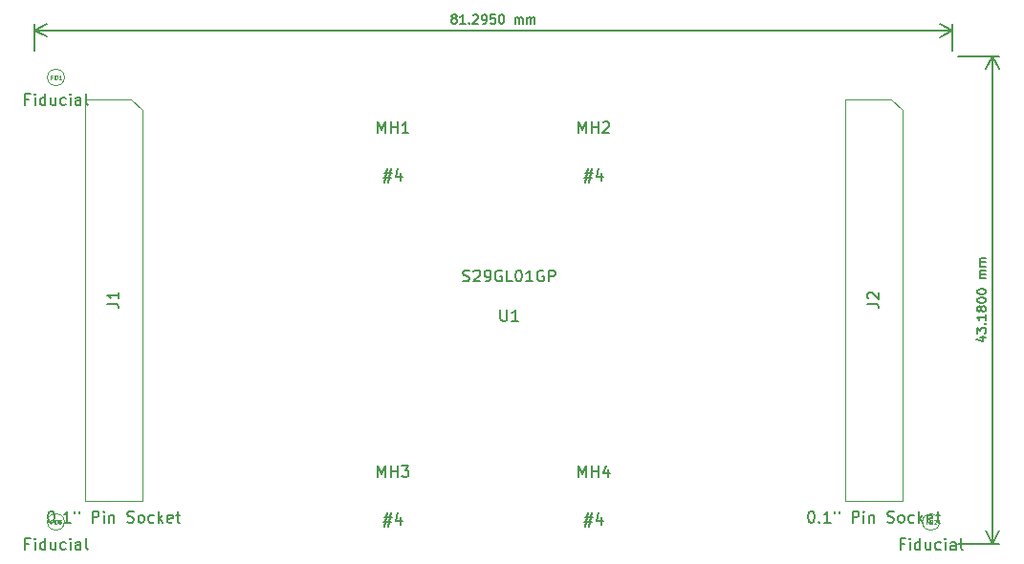
<source format=gbr>
%TF.GenerationSoftware,KiCad,Pcbnew,(6.0.2-0)*%
%TF.CreationDate,2022-04-19T20:24:02-05:00*%
%TF.ProjectId,UDNISOC-1,55444e49-534f-4432-9d31-2e6b69636164,rev?*%
%TF.SameCoordinates,Original*%
%TF.FileFunction,AssemblyDrawing,Top*%
%FSLAX46Y46*%
G04 Gerber Fmt 4.6, Leading zero omitted, Abs format (unit mm)*
G04 Created by KiCad (PCBNEW (6.0.2-0)) date 2022-04-19 20:24:02*
%MOMM*%
%LPD*%
G01*
G04 APERTURE LIST*
%ADD10C,0.150000*%
%ADD11C,0.050000*%
%ADD12C,0.100000*%
G04 APERTURE END LIST*
D10*
X206904571Y-99834285D02*
X207437904Y-99834285D01*
X206599809Y-100024761D02*
X207171238Y-100215238D01*
X207171238Y-99720000D01*
X206637904Y-99491428D02*
X206637904Y-98996190D01*
X206942666Y-99262857D01*
X206942666Y-99148571D01*
X206980761Y-99072380D01*
X207018857Y-99034285D01*
X207095047Y-98996190D01*
X207285523Y-98996190D01*
X207361714Y-99034285D01*
X207399809Y-99072380D01*
X207437904Y-99148571D01*
X207437904Y-99377142D01*
X207399809Y-99453333D01*
X207361714Y-99491428D01*
X207361714Y-98653333D02*
X207399809Y-98615238D01*
X207437904Y-98653333D01*
X207399809Y-98691428D01*
X207361714Y-98653333D01*
X207437904Y-98653333D01*
X207437904Y-97853333D02*
X207437904Y-98310476D01*
X207437904Y-98081904D02*
X206637904Y-98081904D01*
X206752190Y-98158095D01*
X206828380Y-98234285D01*
X206866476Y-98310476D01*
X206980761Y-97396190D02*
X206942666Y-97472380D01*
X206904571Y-97510476D01*
X206828380Y-97548571D01*
X206790285Y-97548571D01*
X206714095Y-97510476D01*
X206676000Y-97472380D01*
X206637904Y-97396190D01*
X206637904Y-97243809D01*
X206676000Y-97167619D01*
X206714095Y-97129523D01*
X206790285Y-97091428D01*
X206828380Y-97091428D01*
X206904571Y-97129523D01*
X206942666Y-97167619D01*
X206980761Y-97243809D01*
X206980761Y-97396190D01*
X207018857Y-97472380D01*
X207056952Y-97510476D01*
X207133142Y-97548571D01*
X207285523Y-97548571D01*
X207361714Y-97510476D01*
X207399809Y-97472380D01*
X207437904Y-97396190D01*
X207437904Y-97243809D01*
X207399809Y-97167619D01*
X207361714Y-97129523D01*
X207285523Y-97091428D01*
X207133142Y-97091428D01*
X207056952Y-97129523D01*
X207018857Y-97167619D01*
X206980761Y-97243809D01*
X206637904Y-96596190D02*
X206637904Y-96520000D01*
X206676000Y-96443809D01*
X206714095Y-96405714D01*
X206790285Y-96367619D01*
X206942666Y-96329523D01*
X207133142Y-96329523D01*
X207285523Y-96367619D01*
X207361714Y-96405714D01*
X207399809Y-96443809D01*
X207437904Y-96520000D01*
X207437904Y-96596190D01*
X207399809Y-96672380D01*
X207361714Y-96710476D01*
X207285523Y-96748571D01*
X207133142Y-96786666D01*
X206942666Y-96786666D01*
X206790285Y-96748571D01*
X206714095Y-96710476D01*
X206676000Y-96672380D01*
X206637904Y-96596190D01*
X206637904Y-95834285D02*
X206637904Y-95758095D01*
X206676000Y-95681904D01*
X206714095Y-95643809D01*
X206790285Y-95605714D01*
X206942666Y-95567619D01*
X207133142Y-95567619D01*
X207285523Y-95605714D01*
X207361714Y-95643809D01*
X207399809Y-95681904D01*
X207437904Y-95758095D01*
X207437904Y-95834285D01*
X207399809Y-95910476D01*
X207361714Y-95948571D01*
X207285523Y-95986666D01*
X207133142Y-96024761D01*
X206942666Y-96024761D01*
X206790285Y-95986666D01*
X206714095Y-95948571D01*
X206676000Y-95910476D01*
X206637904Y-95834285D01*
X207437904Y-94615238D02*
X206904571Y-94615238D01*
X206980761Y-94615238D02*
X206942666Y-94577142D01*
X206904571Y-94500952D01*
X206904571Y-94386666D01*
X206942666Y-94310476D01*
X207018857Y-94272380D01*
X207437904Y-94272380D01*
X207018857Y-94272380D02*
X206942666Y-94234285D01*
X206904571Y-94158095D01*
X206904571Y-94043809D01*
X206942666Y-93967619D01*
X207018857Y-93929523D01*
X207437904Y-93929523D01*
X207437904Y-93548571D02*
X206904571Y-93548571D01*
X206980761Y-93548571D02*
X206942666Y-93510476D01*
X206904571Y-93434285D01*
X206904571Y-93320000D01*
X206942666Y-93243809D01*
X207018857Y-93205714D01*
X207437904Y-93205714D01*
X207018857Y-93205714D02*
X206942666Y-93167619D01*
X206904571Y-93091428D01*
X206904571Y-92977142D01*
X206942666Y-92900952D01*
X207018857Y-92862857D01*
X207437904Y-92862857D01*
X204970000Y-118110000D02*
X208612420Y-118110000D01*
X204970000Y-74930000D02*
X208612420Y-74930000D01*
X208026000Y-118110000D02*
X208026000Y-74930000D01*
X208026000Y-118110000D02*
X208026000Y-74930000D01*
X208026000Y-118110000D02*
X208612421Y-116983496D01*
X208026000Y-118110000D02*
X207439579Y-116983496D01*
X208026000Y-74930000D02*
X207439579Y-76056504D01*
X208026000Y-74930000D02*
X208612421Y-76056504D01*
X160280052Y-71598419D02*
X160203866Y-71560314D01*
X160165776Y-71522214D01*
X160127690Y-71446019D01*
X160127695Y-71407924D01*
X160165799Y-71331738D01*
X160203899Y-71293647D01*
X160280094Y-71255561D01*
X160432475Y-71255580D01*
X160508661Y-71293685D01*
X160546752Y-71331785D01*
X160584837Y-71407980D01*
X160584833Y-71446075D01*
X160546728Y-71522261D01*
X160508628Y-71560351D01*
X160432433Y-71598437D01*
X160280052Y-71598419D01*
X160203857Y-71636504D01*
X160165757Y-71674595D01*
X160127652Y-71750781D01*
X160127634Y-71903162D01*
X160165720Y-71979357D01*
X160203810Y-72017457D01*
X160279996Y-72055561D01*
X160432377Y-72055580D01*
X160508572Y-72017494D01*
X160546672Y-71979404D01*
X160584777Y-71903218D01*
X160584795Y-71750837D01*
X160546709Y-71674642D01*
X160508619Y-71636542D01*
X160432433Y-71598437D01*
X161346663Y-72055693D02*
X160889520Y-72055636D01*
X161118091Y-72055665D02*
X161118190Y-71255665D01*
X161041985Y-71369941D01*
X160965785Y-71446122D01*
X160889590Y-71484208D01*
X161689529Y-71979544D02*
X161727620Y-72017644D01*
X161689520Y-72055735D01*
X161651429Y-72017635D01*
X161689529Y-71979544D01*
X161689520Y-72055735D01*
X162032466Y-71331967D02*
X162070566Y-71293877D01*
X162146761Y-71255791D01*
X162337237Y-71255815D01*
X162413423Y-71293919D01*
X162451513Y-71332019D01*
X162489599Y-71408214D01*
X162489590Y-71484405D01*
X162451481Y-71598686D01*
X161994282Y-72055772D01*
X162489520Y-72055833D01*
X162870472Y-72055880D02*
X163022853Y-72055899D01*
X163099048Y-72017813D01*
X163137148Y-71979722D01*
X163213353Y-71865446D01*
X163251467Y-71713070D01*
X163251504Y-71408308D01*
X163213418Y-71332113D01*
X163175328Y-71294013D01*
X163099142Y-71255908D01*
X162946761Y-71255889D01*
X162870566Y-71293975D01*
X162832466Y-71332066D01*
X162794361Y-71408252D01*
X162794338Y-71598728D01*
X162832424Y-71674923D01*
X162870514Y-71713023D01*
X162946700Y-71751128D01*
X163099081Y-71751146D01*
X163175276Y-71713060D01*
X163213376Y-71674970D01*
X163251481Y-71598784D01*
X163975332Y-71256016D02*
X163594380Y-71255969D01*
X163556238Y-71636917D01*
X163594338Y-71598826D01*
X163670533Y-71560740D01*
X163861009Y-71560764D01*
X163937195Y-71598868D01*
X163975285Y-71636968D01*
X164013371Y-71713164D01*
X164013348Y-71903640D01*
X163975243Y-71979826D01*
X163937143Y-72017916D01*
X163860948Y-72056002D01*
X163670472Y-72055979D01*
X163594286Y-72017874D01*
X163556196Y-71979774D01*
X164508666Y-71256082D02*
X164584856Y-71256091D01*
X164661042Y-71294196D01*
X164699132Y-71332296D01*
X164737218Y-71408491D01*
X164775295Y-71560876D01*
X164775271Y-71751353D01*
X164737157Y-71903729D01*
X164699053Y-71979915D01*
X164660953Y-72018005D01*
X164584758Y-72056091D01*
X164508567Y-72056082D01*
X164432381Y-72017977D01*
X164394291Y-71979877D01*
X164356205Y-71903682D01*
X164318129Y-71751296D01*
X164318152Y-71560820D01*
X164356266Y-71408444D01*
X164394371Y-71332258D01*
X164432471Y-71294167D01*
X164508666Y-71256082D01*
X165727615Y-72056232D02*
X165727680Y-71522898D01*
X165727671Y-71599089D02*
X165765771Y-71560998D01*
X165841966Y-71522912D01*
X165956252Y-71522926D01*
X166032438Y-71561031D01*
X166070524Y-71637226D01*
X166070472Y-72056274D01*
X166070524Y-71637226D02*
X166108628Y-71561040D01*
X166184823Y-71522954D01*
X166299109Y-71522969D01*
X166375295Y-71561073D01*
X166413381Y-71637268D01*
X166413329Y-72056316D01*
X166794282Y-72056363D02*
X166794347Y-71523029D01*
X166794338Y-71599220D02*
X166832438Y-71561129D01*
X166908633Y-71523043D01*
X167022919Y-71523058D01*
X167099104Y-71561162D01*
X167137190Y-71637357D01*
X167137139Y-72056405D01*
X167137190Y-71637357D02*
X167175295Y-71561172D01*
X167251490Y-71523086D01*
X167365776Y-71523100D01*
X167441961Y-71561204D01*
X167480047Y-71637400D01*
X167479996Y-72056447D01*
X123175062Y-74420000D02*
X123175353Y-72052673D01*
X204470062Y-74430000D02*
X204470353Y-72062673D01*
X123175281Y-72639093D02*
X204470281Y-72649093D01*
X123175281Y-72639093D02*
X204470281Y-72649093D01*
X123175281Y-72639093D02*
X124301713Y-73225652D01*
X123175281Y-72639093D02*
X124301857Y-72052811D01*
X204470281Y-72649093D02*
X203343849Y-72062534D01*
X204470281Y-72649093D02*
X203343705Y-73235375D01*
%TO.C,MH3*%
X154154285Y-115745714D02*
X154868571Y-115745714D01*
X154440000Y-115317142D02*
X154154285Y-116602857D01*
X154773333Y-116174285D02*
X154059047Y-116174285D01*
X154487619Y-116602857D02*
X154773333Y-115317142D01*
X155630476Y-115745714D02*
X155630476Y-116412380D01*
X155392380Y-115364761D02*
X155154285Y-116079047D01*
X155773333Y-116079047D01*
X153606666Y-112212380D02*
X153606666Y-111212380D01*
X153940000Y-111926666D01*
X154273333Y-111212380D01*
X154273333Y-112212380D01*
X154749523Y-112212380D02*
X154749523Y-111212380D01*
X154749523Y-111688571D02*
X155320952Y-111688571D01*
X155320952Y-112212380D02*
X155320952Y-111212380D01*
X155701904Y-111212380D02*
X156320952Y-111212380D01*
X155987619Y-111593333D01*
X156130476Y-111593333D01*
X156225714Y-111640952D01*
X156273333Y-111688571D01*
X156320952Y-111783809D01*
X156320952Y-112021904D01*
X156273333Y-112117142D01*
X156225714Y-112164761D01*
X156130476Y-112212380D01*
X155844761Y-112212380D01*
X155749523Y-112164761D01*
X155701904Y-112117142D01*
%TO.C,J1*%
X124603571Y-115252380D02*
X124698809Y-115252380D01*
X124794047Y-115300000D01*
X124841666Y-115347619D01*
X124889285Y-115442857D01*
X124936904Y-115633333D01*
X124936904Y-115871428D01*
X124889285Y-116061904D01*
X124841666Y-116157142D01*
X124794047Y-116204761D01*
X124698809Y-116252380D01*
X124603571Y-116252380D01*
X124508333Y-116204761D01*
X124460714Y-116157142D01*
X124413095Y-116061904D01*
X124365476Y-115871428D01*
X124365476Y-115633333D01*
X124413095Y-115442857D01*
X124460714Y-115347619D01*
X124508333Y-115300000D01*
X124603571Y-115252380D01*
X125365476Y-116157142D02*
X125413095Y-116204761D01*
X125365476Y-116252380D01*
X125317857Y-116204761D01*
X125365476Y-116157142D01*
X125365476Y-116252380D01*
X126365476Y-116252380D02*
X125794047Y-116252380D01*
X126079761Y-116252380D02*
X126079761Y-115252380D01*
X125984523Y-115395238D01*
X125889285Y-115490476D01*
X125794047Y-115538095D01*
X126746428Y-115252380D02*
X126746428Y-115442857D01*
X127127380Y-115252380D02*
X127127380Y-115442857D01*
X128317857Y-116252380D02*
X128317857Y-115252380D01*
X128698809Y-115252380D01*
X128794047Y-115300000D01*
X128841666Y-115347619D01*
X128889285Y-115442857D01*
X128889285Y-115585714D01*
X128841666Y-115680952D01*
X128794047Y-115728571D01*
X128698809Y-115776190D01*
X128317857Y-115776190D01*
X129317857Y-116252380D02*
X129317857Y-115585714D01*
X129317857Y-115252380D02*
X129270238Y-115300000D01*
X129317857Y-115347619D01*
X129365476Y-115300000D01*
X129317857Y-115252380D01*
X129317857Y-115347619D01*
X129794047Y-115585714D02*
X129794047Y-116252380D01*
X129794047Y-115680952D02*
X129841666Y-115633333D01*
X129936904Y-115585714D01*
X130079761Y-115585714D01*
X130175000Y-115633333D01*
X130222619Y-115728571D01*
X130222619Y-116252380D01*
X131413095Y-116204761D02*
X131555952Y-116252380D01*
X131794047Y-116252380D01*
X131889285Y-116204761D01*
X131936904Y-116157142D01*
X131984523Y-116061904D01*
X131984523Y-115966666D01*
X131936904Y-115871428D01*
X131889285Y-115823809D01*
X131794047Y-115776190D01*
X131603571Y-115728571D01*
X131508333Y-115680952D01*
X131460714Y-115633333D01*
X131413095Y-115538095D01*
X131413095Y-115442857D01*
X131460714Y-115347619D01*
X131508333Y-115300000D01*
X131603571Y-115252380D01*
X131841666Y-115252380D01*
X131984523Y-115300000D01*
X132555952Y-116252380D02*
X132460714Y-116204761D01*
X132413095Y-116157142D01*
X132365476Y-116061904D01*
X132365476Y-115776190D01*
X132413095Y-115680952D01*
X132460714Y-115633333D01*
X132555952Y-115585714D01*
X132698809Y-115585714D01*
X132794047Y-115633333D01*
X132841666Y-115680952D01*
X132889285Y-115776190D01*
X132889285Y-116061904D01*
X132841666Y-116157142D01*
X132794047Y-116204761D01*
X132698809Y-116252380D01*
X132555952Y-116252380D01*
X133746428Y-116204761D02*
X133651190Y-116252380D01*
X133460714Y-116252380D01*
X133365476Y-116204761D01*
X133317857Y-116157142D01*
X133270238Y-116061904D01*
X133270238Y-115776190D01*
X133317857Y-115680952D01*
X133365476Y-115633333D01*
X133460714Y-115585714D01*
X133651190Y-115585714D01*
X133746428Y-115633333D01*
X134175000Y-116252380D02*
X134175000Y-115252380D01*
X134270238Y-115871428D02*
X134555952Y-116252380D01*
X134555952Y-115585714D02*
X134175000Y-115966666D01*
X135365476Y-116204761D02*
X135270238Y-116252380D01*
X135079761Y-116252380D01*
X134984523Y-116204761D01*
X134936904Y-116109523D01*
X134936904Y-115728571D01*
X134984523Y-115633333D01*
X135079761Y-115585714D01*
X135270238Y-115585714D01*
X135365476Y-115633333D01*
X135413095Y-115728571D01*
X135413095Y-115823809D01*
X134936904Y-115919047D01*
X135698809Y-115585714D02*
X136079761Y-115585714D01*
X135841666Y-115252380D02*
X135841666Y-116109523D01*
X135889285Y-116204761D01*
X135984523Y-116252380D01*
X136079761Y-116252380D01*
X129627380Y-96853333D02*
X130341666Y-96853333D01*
X130484523Y-96900952D01*
X130579761Y-96996190D01*
X130627380Y-97139047D01*
X130627380Y-97234285D01*
X130627380Y-95853333D02*
X130627380Y-96424761D01*
X130627380Y-96139047D02*
X129627380Y-96139047D01*
X129770238Y-96234285D01*
X129865476Y-96329523D01*
X129913095Y-96424761D01*
%TO.C,MH2*%
X171934285Y-85265714D02*
X172648571Y-85265714D01*
X172220000Y-84837142D02*
X171934285Y-86122857D01*
X172553333Y-85694285D02*
X171839047Y-85694285D01*
X172267619Y-86122857D02*
X172553333Y-84837142D01*
X173410476Y-85265714D02*
X173410476Y-85932380D01*
X173172380Y-84884761D02*
X172934285Y-85599047D01*
X173553333Y-85599047D01*
X171386666Y-81732380D02*
X171386666Y-80732380D01*
X171720000Y-81446666D01*
X172053333Y-80732380D01*
X172053333Y-81732380D01*
X172529523Y-81732380D02*
X172529523Y-80732380D01*
X172529523Y-81208571D02*
X173100952Y-81208571D01*
X173100952Y-81732380D02*
X173100952Y-80732380D01*
X173529523Y-80827619D02*
X173577142Y-80780000D01*
X173672380Y-80732380D01*
X173910476Y-80732380D01*
X174005714Y-80780000D01*
X174053333Y-80827619D01*
X174100952Y-80922857D01*
X174100952Y-81018095D01*
X174053333Y-81160952D01*
X173481904Y-81732380D01*
X174100952Y-81732380D01*
%TO.C,MH1*%
X154154285Y-85265714D02*
X154868571Y-85265714D01*
X154440000Y-84837142D02*
X154154285Y-86122857D01*
X154773333Y-85694285D02*
X154059047Y-85694285D01*
X154487619Y-86122857D02*
X154773333Y-84837142D01*
X155630476Y-85265714D02*
X155630476Y-85932380D01*
X155392380Y-84884761D02*
X155154285Y-85599047D01*
X155773333Y-85599047D01*
X153606666Y-81732380D02*
X153606666Y-80732380D01*
X153940000Y-81446666D01*
X154273333Y-80732380D01*
X154273333Y-81732380D01*
X154749523Y-81732380D02*
X154749523Y-80732380D01*
X154749523Y-81208571D02*
X155320952Y-81208571D01*
X155320952Y-81732380D02*
X155320952Y-80732380D01*
X156320952Y-81732380D02*
X155749523Y-81732380D01*
X156035238Y-81732380D02*
X156035238Y-80732380D01*
X155940000Y-80875238D01*
X155844761Y-80970476D01*
X155749523Y-81018095D01*
%TO.C,FID3*%
X122699047Y-118123571D02*
X122365714Y-118123571D01*
X122365714Y-118647380D02*
X122365714Y-117647380D01*
X122841904Y-117647380D01*
X123222857Y-118647380D02*
X123222857Y-117980714D01*
X123222857Y-117647380D02*
X123175238Y-117695000D01*
X123222857Y-117742619D01*
X123270476Y-117695000D01*
X123222857Y-117647380D01*
X123222857Y-117742619D01*
X124127619Y-118647380D02*
X124127619Y-117647380D01*
X124127619Y-118599761D02*
X124032380Y-118647380D01*
X123841904Y-118647380D01*
X123746666Y-118599761D01*
X123699047Y-118552142D01*
X123651428Y-118456904D01*
X123651428Y-118171190D01*
X123699047Y-118075952D01*
X123746666Y-118028333D01*
X123841904Y-117980714D01*
X124032380Y-117980714D01*
X124127619Y-118028333D01*
X125032380Y-117980714D02*
X125032380Y-118647380D01*
X124603809Y-117980714D02*
X124603809Y-118504523D01*
X124651428Y-118599761D01*
X124746666Y-118647380D01*
X124889523Y-118647380D01*
X124984761Y-118599761D01*
X125032380Y-118552142D01*
X125937142Y-118599761D02*
X125841904Y-118647380D01*
X125651428Y-118647380D01*
X125556190Y-118599761D01*
X125508571Y-118552142D01*
X125460952Y-118456904D01*
X125460952Y-118171190D01*
X125508571Y-118075952D01*
X125556190Y-118028333D01*
X125651428Y-117980714D01*
X125841904Y-117980714D01*
X125937142Y-118028333D01*
X126365714Y-118647380D02*
X126365714Y-117980714D01*
X126365714Y-117647380D02*
X126318095Y-117695000D01*
X126365714Y-117742619D01*
X126413333Y-117695000D01*
X126365714Y-117647380D01*
X126365714Y-117742619D01*
X127270476Y-118647380D02*
X127270476Y-118123571D01*
X127222857Y-118028333D01*
X127127619Y-117980714D01*
X126937142Y-117980714D01*
X126841904Y-118028333D01*
X127270476Y-118599761D02*
X127175238Y-118647380D01*
X126937142Y-118647380D01*
X126841904Y-118599761D01*
X126794285Y-118504523D01*
X126794285Y-118409285D01*
X126841904Y-118314047D01*
X126937142Y-118266428D01*
X127175238Y-118266428D01*
X127270476Y-118218809D01*
X127889523Y-118647380D02*
X127794285Y-118599761D01*
X127746666Y-118504523D01*
X127746666Y-117647380D01*
D11*
X124758571Y-116173571D02*
X124658571Y-116173571D01*
X124658571Y-116330714D02*
X124658571Y-116030714D01*
X124801428Y-116030714D01*
X124915714Y-116330714D02*
X124915714Y-116030714D01*
X125058571Y-116330714D02*
X125058571Y-116030714D01*
X125130000Y-116030714D01*
X125172857Y-116045000D01*
X125201428Y-116073571D01*
X125215714Y-116102142D01*
X125230000Y-116159285D01*
X125230000Y-116202142D01*
X125215714Y-116259285D01*
X125201428Y-116287857D01*
X125172857Y-116316428D01*
X125130000Y-116330714D01*
X125058571Y-116330714D01*
X125330000Y-116030714D02*
X125515714Y-116030714D01*
X125415714Y-116145000D01*
X125458571Y-116145000D01*
X125487142Y-116159285D01*
X125501428Y-116173571D01*
X125515714Y-116202142D01*
X125515714Y-116273571D01*
X125501428Y-116302142D01*
X125487142Y-116316428D01*
X125458571Y-116330714D01*
X125372857Y-116330714D01*
X125344285Y-116316428D01*
X125330000Y-116302142D01*
D10*
%TO.C,J2*%
X191908571Y-115252380D02*
X192003809Y-115252380D01*
X192099047Y-115300000D01*
X192146666Y-115347619D01*
X192194285Y-115442857D01*
X192241904Y-115633333D01*
X192241904Y-115871428D01*
X192194285Y-116061904D01*
X192146666Y-116157142D01*
X192099047Y-116204761D01*
X192003809Y-116252380D01*
X191908571Y-116252380D01*
X191813333Y-116204761D01*
X191765714Y-116157142D01*
X191718095Y-116061904D01*
X191670476Y-115871428D01*
X191670476Y-115633333D01*
X191718095Y-115442857D01*
X191765714Y-115347619D01*
X191813333Y-115300000D01*
X191908571Y-115252380D01*
X192670476Y-116157142D02*
X192718095Y-116204761D01*
X192670476Y-116252380D01*
X192622857Y-116204761D01*
X192670476Y-116157142D01*
X192670476Y-116252380D01*
X193670476Y-116252380D02*
X193099047Y-116252380D01*
X193384761Y-116252380D02*
X193384761Y-115252380D01*
X193289523Y-115395238D01*
X193194285Y-115490476D01*
X193099047Y-115538095D01*
X194051428Y-115252380D02*
X194051428Y-115442857D01*
X194432380Y-115252380D02*
X194432380Y-115442857D01*
X195622857Y-116252380D02*
X195622857Y-115252380D01*
X196003809Y-115252380D01*
X196099047Y-115300000D01*
X196146666Y-115347619D01*
X196194285Y-115442857D01*
X196194285Y-115585714D01*
X196146666Y-115680952D01*
X196099047Y-115728571D01*
X196003809Y-115776190D01*
X195622857Y-115776190D01*
X196622857Y-116252380D02*
X196622857Y-115585714D01*
X196622857Y-115252380D02*
X196575238Y-115300000D01*
X196622857Y-115347619D01*
X196670476Y-115300000D01*
X196622857Y-115252380D01*
X196622857Y-115347619D01*
X197099047Y-115585714D02*
X197099047Y-116252380D01*
X197099047Y-115680952D02*
X197146666Y-115633333D01*
X197241904Y-115585714D01*
X197384761Y-115585714D01*
X197480000Y-115633333D01*
X197527619Y-115728571D01*
X197527619Y-116252380D01*
X198718095Y-116204761D02*
X198860952Y-116252380D01*
X199099047Y-116252380D01*
X199194285Y-116204761D01*
X199241904Y-116157142D01*
X199289523Y-116061904D01*
X199289523Y-115966666D01*
X199241904Y-115871428D01*
X199194285Y-115823809D01*
X199099047Y-115776190D01*
X198908571Y-115728571D01*
X198813333Y-115680952D01*
X198765714Y-115633333D01*
X198718095Y-115538095D01*
X198718095Y-115442857D01*
X198765714Y-115347619D01*
X198813333Y-115300000D01*
X198908571Y-115252380D01*
X199146666Y-115252380D01*
X199289523Y-115300000D01*
X199860952Y-116252380D02*
X199765714Y-116204761D01*
X199718095Y-116157142D01*
X199670476Y-116061904D01*
X199670476Y-115776190D01*
X199718095Y-115680952D01*
X199765714Y-115633333D01*
X199860952Y-115585714D01*
X200003809Y-115585714D01*
X200099047Y-115633333D01*
X200146666Y-115680952D01*
X200194285Y-115776190D01*
X200194285Y-116061904D01*
X200146666Y-116157142D01*
X200099047Y-116204761D01*
X200003809Y-116252380D01*
X199860952Y-116252380D01*
X201051428Y-116204761D02*
X200956190Y-116252380D01*
X200765714Y-116252380D01*
X200670476Y-116204761D01*
X200622857Y-116157142D01*
X200575238Y-116061904D01*
X200575238Y-115776190D01*
X200622857Y-115680952D01*
X200670476Y-115633333D01*
X200765714Y-115585714D01*
X200956190Y-115585714D01*
X201051428Y-115633333D01*
X201480000Y-116252380D02*
X201480000Y-115252380D01*
X201575238Y-115871428D02*
X201860952Y-116252380D01*
X201860952Y-115585714D02*
X201480000Y-115966666D01*
X202670476Y-116204761D02*
X202575238Y-116252380D01*
X202384761Y-116252380D01*
X202289523Y-116204761D01*
X202241904Y-116109523D01*
X202241904Y-115728571D01*
X202289523Y-115633333D01*
X202384761Y-115585714D01*
X202575238Y-115585714D01*
X202670476Y-115633333D01*
X202718095Y-115728571D01*
X202718095Y-115823809D01*
X202241904Y-115919047D01*
X203003809Y-115585714D02*
X203384761Y-115585714D01*
X203146666Y-115252380D02*
X203146666Y-116109523D01*
X203194285Y-116204761D01*
X203289523Y-116252380D01*
X203384761Y-116252380D01*
X196932380Y-96853333D02*
X197646666Y-96853333D01*
X197789523Y-96900952D01*
X197884761Y-96996190D01*
X197932380Y-97139047D01*
X197932380Y-97234285D01*
X197027619Y-96424761D02*
X196980000Y-96377142D01*
X196932380Y-96281904D01*
X196932380Y-96043809D01*
X196980000Y-95948571D01*
X197027619Y-95900952D01*
X197122857Y-95853333D01*
X197218095Y-95853333D01*
X197360952Y-95900952D01*
X197932380Y-96472380D01*
X197932380Y-95853333D01*
%TO.C,FID1*%
X122699047Y-78753571D02*
X122365714Y-78753571D01*
X122365714Y-79277380D02*
X122365714Y-78277380D01*
X122841904Y-78277380D01*
X123222857Y-79277380D02*
X123222857Y-78610714D01*
X123222857Y-78277380D02*
X123175238Y-78325000D01*
X123222857Y-78372619D01*
X123270476Y-78325000D01*
X123222857Y-78277380D01*
X123222857Y-78372619D01*
X124127619Y-79277380D02*
X124127619Y-78277380D01*
X124127619Y-79229761D02*
X124032380Y-79277380D01*
X123841904Y-79277380D01*
X123746666Y-79229761D01*
X123699047Y-79182142D01*
X123651428Y-79086904D01*
X123651428Y-78801190D01*
X123699047Y-78705952D01*
X123746666Y-78658333D01*
X123841904Y-78610714D01*
X124032380Y-78610714D01*
X124127619Y-78658333D01*
X125032380Y-78610714D02*
X125032380Y-79277380D01*
X124603809Y-78610714D02*
X124603809Y-79134523D01*
X124651428Y-79229761D01*
X124746666Y-79277380D01*
X124889523Y-79277380D01*
X124984761Y-79229761D01*
X125032380Y-79182142D01*
X125937142Y-79229761D02*
X125841904Y-79277380D01*
X125651428Y-79277380D01*
X125556190Y-79229761D01*
X125508571Y-79182142D01*
X125460952Y-79086904D01*
X125460952Y-78801190D01*
X125508571Y-78705952D01*
X125556190Y-78658333D01*
X125651428Y-78610714D01*
X125841904Y-78610714D01*
X125937142Y-78658333D01*
X126365714Y-79277380D02*
X126365714Y-78610714D01*
X126365714Y-78277380D02*
X126318095Y-78325000D01*
X126365714Y-78372619D01*
X126413333Y-78325000D01*
X126365714Y-78277380D01*
X126365714Y-78372619D01*
X127270476Y-79277380D02*
X127270476Y-78753571D01*
X127222857Y-78658333D01*
X127127619Y-78610714D01*
X126937142Y-78610714D01*
X126841904Y-78658333D01*
X127270476Y-79229761D02*
X127175238Y-79277380D01*
X126937142Y-79277380D01*
X126841904Y-79229761D01*
X126794285Y-79134523D01*
X126794285Y-79039285D01*
X126841904Y-78944047D01*
X126937142Y-78896428D01*
X127175238Y-78896428D01*
X127270476Y-78848809D01*
X127889523Y-79277380D02*
X127794285Y-79229761D01*
X127746666Y-79134523D01*
X127746666Y-78277380D01*
D11*
X124758571Y-76803571D02*
X124658571Y-76803571D01*
X124658571Y-76960714D02*
X124658571Y-76660714D01*
X124801428Y-76660714D01*
X124915714Y-76960714D02*
X124915714Y-76660714D01*
X125058571Y-76960714D02*
X125058571Y-76660714D01*
X125130000Y-76660714D01*
X125172857Y-76675000D01*
X125201428Y-76703571D01*
X125215714Y-76732142D01*
X125230000Y-76789285D01*
X125230000Y-76832142D01*
X125215714Y-76889285D01*
X125201428Y-76917857D01*
X125172857Y-76946428D01*
X125130000Y-76960714D01*
X125058571Y-76960714D01*
X125515714Y-76960714D02*
X125344285Y-76960714D01*
X125430000Y-76960714D02*
X125430000Y-76660714D01*
X125401428Y-76703571D01*
X125372857Y-76732142D01*
X125344285Y-76746428D01*
D10*
%TO.C,MH4*%
X171934285Y-115745714D02*
X172648571Y-115745714D01*
X172220000Y-115317142D02*
X171934285Y-116602857D01*
X172553333Y-116174285D02*
X171839047Y-116174285D01*
X172267619Y-116602857D02*
X172553333Y-115317142D01*
X173410476Y-115745714D02*
X173410476Y-116412380D01*
X173172380Y-115364761D02*
X172934285Y-116079047D01*
X173553333Y-116079047D01*
X171386666Y-112212380D02*
X171386666Y-111212380D01*
X171720000Y-111926666D01*
X172053333Y-111212380D01*
X172053333Y-112212380D01*
X172529523Y-112212380D02*
X172529523Y-111212380D01*
X172529523Y-111688571D02*
X173100952Y-111688571D01*
X173100952Y-112212380D02*
X173100952Y-111212380D01*
X174005714Y-111545714D02*
X174005714Y-112212380D01*
X173767619Y-111164761D02*
X173529523Y-111879047D01*
X174148571Y-111879047D01*
%TO.C,FID2*%
X200184047Y-118133571D02*
X199850714Y-118133571D01*
X199850714Y-118657380D02*
X199850714Y-117657380D01*
X200326904Y-117657380D01*
X200707857Y-118657380D02*
X200707857Y-117990714D01*
X200707857Y-117657380D02*
X200660238Y-117705000D01*
X200707857Y-117752619D01*
X200755476Y-117705000D01*
X200707857Y-117657380D01*
X200707857Y-117752619D01*
X201612619Y-118657380D02*
X201612619Y-117657380D01*
X201612619Y-118609761D02*
X201517380Y-118657380D01*
X201326904Y-118657380D01*
X201231666Y-118609761D01*
X201184047Y-118562142D01*
X201136428Y-118466904D01*
X201136428Y-118181190D01*
X201184047Y-118085952D01*
X201231666Y-118038333D01*
X201326904Y-117990714D01*
X201517380Y-117990714D01*
X201612619Y-118038333D01*
X202517380Y-117990714D02*
X202517380Y-118657380D01*
X202088809Y-117990714D02*
X202088809Y-118514523D01*
X202136428Y-118609761D01*
X202231666Y-118657380D01*
X202374523Y-118657380D01*
X202469761Y-118609761D01*
X202517380Y-118562142D01*
X203422142Y-118609761D02*
X203326904Y-118657380D01*
X203136428Y-118657380D01*
X203041190Y-118609761D01*
X202993571Y-118562142D01*
X202945952Y-118466904D01*
X202945952Y-118181190D01*
X202993571Y-118085952D01*
X203041190Y-118038333D01*
X203136428Y-117990714D01*
X203326904Y-117990714D01*
X203422142Y-118038333D01*
X203850714Y-118657380D02*
X203850714Y-117990714D01*
X203850714Y-117657380D02*
X203803095Y-117705000D01*
X203850714Y-117752619D01*
X203898333Y-117705000D01*
X203850714Y-117657380D01*
X203850714Y-117752619D01*
X204755476Y-118657380D02*
X204755476Y-118133571D01*
X204707857Y-118038333D01*
X204612619Y-117990714D01*
X204422142Y-117990714D01*
X204326904Y-118038333D01*
X204755476Y-118609761D02*
X204660238Y-118657380D01*
X204422142Y-118657380D01*
X204326904Y-118609761D01*
X204279285Y-118514523D01*
X204279285Y-118419285D01*
X204326904Y-118324047D01*
X204422142Y-118276428D01*
X204660238Y-118276428D01*
X204755476Y-118228809D01*
X205374523Y-118657380D02*
X205279285Y-118609761D01*
X205231666Y-118514523D01*
X205231666Y-117657380D01*
D11*
X202243571Y-116183571D02*
X202143571Y-116183571D01*
X202143571Y-116340714D02*
X202143571Y-116040714D01*
X202286428Y-116040714D01*
X202400714Y-116340714D02*
X202400714Y-116040714D01*
X202543571Y-116340714D02*
X202543571Y-116040714D01*
X202615000Y-116040714D01*
X202657857Y-116055000D01*
X202686428Y-116083571D01*
X202700714Y-116112142D01*
X202715000Y-116169285D01*
X202715000Y-116212142D01*
X202700714Y-116269285D01*
X202686428Y-116297857D01*
X202657857Y-116326428D01*
X202615000Y-116340714D01*
X202543571Y-116340714D01*
X202829285Y-116069285D02*
X202843571Y-116055000D01*
X202872142Y-116040714D01*
X202943571Y-116040714D01*
X202972142Y-116055000D01*
X202986428Y-116069285D01*
X203000714Y-116097857D01*
X203000714Y-116126428D01*
X202986428Y-116169285D01*
X202815000Y-116340714D01*
X203000714Y-116340714D01*
D10*
%TO.C,U1*%
X161114761Y-94844761D02*
X161257619Y-94892380D01*
X161495714Y-94892380D01*
X161590952Y-94844761D01*
X161638571Y-94797142D01*
X161686190Y-94701904D01*
X161686190Y-94606666D01*
X161638571Y-94511428D01*
X161590952Y-94463809D01*
X161495714Y-94416190D01*
X161305238Y-94368571D01*
X161210000Y-94320952D01*
X161162380Y-94273333D01*
X161114761Y-94178095D01*
X161114761Y-94082857D01*
X161162380Y-93987619D01*
X161210000Y-93940000D01*
X161305238Y-93892380D01*
X161543333Y-93892380D01*
X161686190Y-93940000D01*
X162067142Y-93987619D02*
X162114761Y-93940000D01*
X162210000Y-93892380D01*
X162448095Y-93892380D01*
X162543333Y-93940000D01*
X162590952Y-93987619D01*
X162638571Y-94082857D01*
X162638571Y-94178095D01*
X162590952Y-94320952D01*
X162019523Y-94892380D01*
X162638571Y-94892380D01*
X163114761Y-94892380D02*
X163305238Y-94892380D01*
X163400476Y-94844761D01*
X163448095Y-94797142D01*
X163543333Y-94654285D01*
X163590952Y-94463809D01*
X163590952Y-94082857D01*
X163543333Y-93987619D01*
X163495714Y-93940000D01*
X163400476Y-93892380D01*
X163210000Y-93892380D01*
X163114761Y-93940000D01*
X163067142Y-93987619D01*
X163019523Y-94082857D01*
X163019523Y-94320952D01*
X163067142Y-94416190D01*
X163114761Y-94463809D01*
X163210000Y-94511428D01*
X163400476Y-94511428D01*
X163495714Y-94463809D01*
X163543333Y-94416190D01*
X163590952Y-94320952D01*
X164543333Y-93940000D02*
X164448095Y-93892380D01*
X164305238Y-93892380D01*
X164162380Y-93940000D01*
X164067142Y-94035238D01*
X164019523Y-94130476D01*
X163971904Y-94320952D01*
X163971904Y-94463809D01*
X164019523Y-94654285D01*
X164067142Y-94749523D01*
X164162380Y-94844761D01*
X164305238Y-94892380D01*
X164400476Y-94892380D01*
X164543333Y-94844761D01*
X164590952Y-94797142D01*
X164590952Y-94463809D01*
X164400476Y-94463809D01*
X165495714Y-94892380D02*
X165019523Y-94892380D01*
X165019523Y-93892380D01*
X166019523Y-93892380D02*
X166114761Y-93892380D01*
X166210000Y-93940000D01*
X166257619Y-93987619D01*
X166305238Y-94082857D01*
X166352857Y-94273333D01*
X166352857Y-94511428D01*
X166305238Y-94701904D01*
X166257619Y-94797142D01*
X166210000Y-94844761D01*
X166114761Y-94892380D01*
X166019523Y-94892380D01*
X165924285Y-94844761D01*
X165876666Y-94797142D01*
X165829047Y-94701904D01*
X165781428Y-94511428D01*
X165781428Y-94273333D01*
X165829047Y-94082857D01*
X165876666Y-93987619D01*
X165924285Y-93940000D01*
X166019523Y-93892380D01*
X167305238Y-94892380D02*
X166733809Y-94892380D01*
X167019523Y-94892380D02*
X167019523Y-93892380D01*
X166924285Y-94035238D01*
X166829047Y-94130476D01*
X166733809Y-94178095D01*
X168257619Y-93940000D02*
X168162380Y-93892380D01*
X168019523Y-93892380D01*
X167876666Y-93940000D01*
X167781428Y-94035238D01*
X167733809Y-94130476D01*
X167686190Y-94320952D01*
X167686190Y-94463809D01*
X167733809Y-94654285D01*
X167781428Y-94749523D01*
X167876666Y-94844761D01*
X168019523Y-94892380D01*
X168114761Y-94892380D01*
X168257619Y-94844761D01*
X168305238Y-94797142D01*
X168305238Y-94463809D01*
X168114761Y-94463809D01*
X168733809Y-94892380D02*
X168733809Y-93892380D01*
X169114761Y-93892380D01*
X169210000Y-93940000D01*
X169257619Y-93987619D01*
X169305238Y-94082857D01*
X169305238Y-94225714D01*
X169257619Y-94320952D01*
X169210000Y-94368571D01*
X169114761Y-94416190D01*
X168733809Y-94416190D01*
X164448095Y-97392380D02*
X164448095Y-98201904D01*
X164495714Y-98297142D01*
X164543333Y-98344761D01*
X164638571Y-98392380D01*
X164829047Y-98392380D01*
X164924285Y-98344761D01*
X164971904Y-98297142D01*
X165019523Y-98201904D01*
X165019523Y-97392380D01*
X166019523Y-98392380D02*
X165448095Y-98392380D01*
X165733809Y-98392380D02*
X165733809Y-97392380D01*
X165638571Y-97535238D01*
X165543333Y-97630476D01*
X165448095Y-97678095D01*
D12*
%TO.C,J1*%
X127635000Y-78740000D02*
X131715000Y-78740000D01*
X132715000Y-79740000D02*
X132715000Y-114300000D01*
X127635000Y-114300000D02*
X127635000Y-78740000D01*
X131715000Y-78740000D02*
X132715000Y-79740000D01*
X132715000Y-114300000D02*
X127635000Y-114300000D01*
%TO.C,FID3*%
X125830000Y-116195000D02*
G75*
G03*
X125830000Y-116195000I-750000J0D01*
G01*
%TO.C,J2*%
X200020000Y-79740000D02*
X200020000Y-114300000D01*
X194940000Y-78740000D02*
X199020000Y-78740000D01*
X200020000Y-114300000D02*
X194940000Y-114300000D01*
X199020000Y-78740000D02*
X200020000Y-79740000D01*
X194940000Y-114300000D02*
X194940000Y-78740000D01*
%TO.C,FID1*%
X125830000Y-76825000D02*
G75*
G03*
X125830000Y-76825000I-750000J0D01*
G01*
%TO.C,FID2*%
X203315000Y-116205000D02*
G75*
G03*
X203315000Y-116205000I-750000J0D01*
G01*
%TD*%
M02*

</source>
